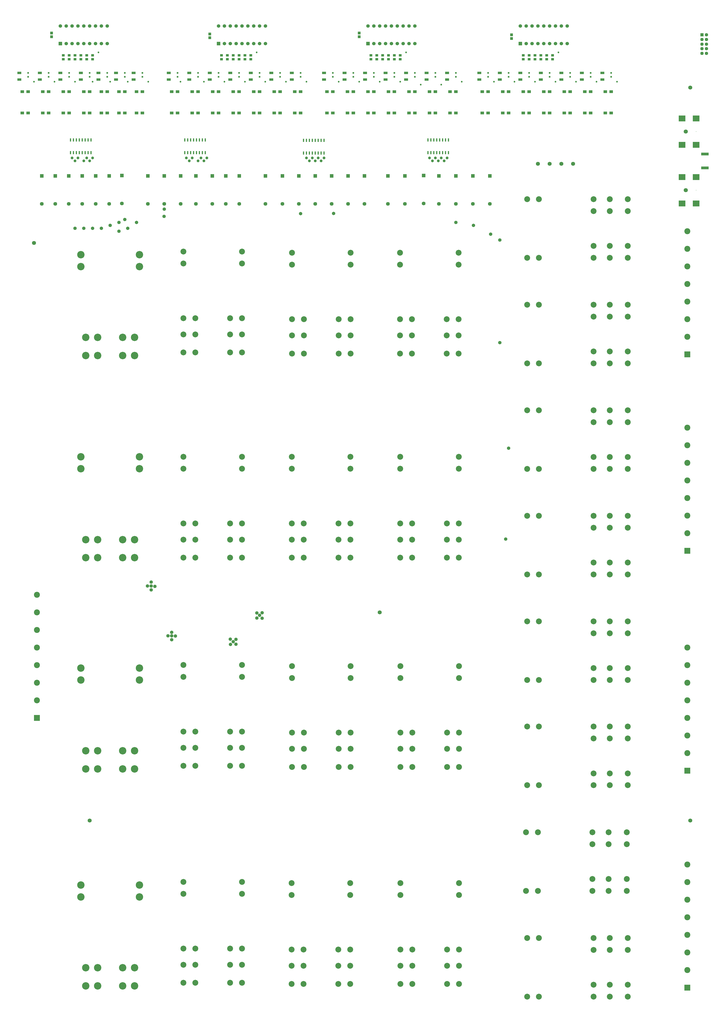
<source format=gts>
G04*
G04 #@! TF.GenerationSoftware,Altium Limited,Altium Designer,22.7.1 (60)*
G04*
G04 Layer_Color=8388736*
%FSLAX44Y44*%
%MOMM*%
G71*
G04*
G04 #@! TF.SameCoordinates,CA18EF67-D3C3-4F87-89B0-68471F1DA954*
G04*
G04*
G04 #@! TF.FilePolarity,Negative*
G04*
G01*
G75*
%ADD20R,1.7526X1.0160*%
%ADD21R,0.8000X0.6556*%
%ADD22R,1.5000X1.3000*%
%ADD23R,0.5334X1.4605*%
%ADD25R,3.3020X1.2192*%
%ADD26R,1.2032X1.1032*%
%ADD27R,1.2032X1.2032*%
%ADD28R,3.0032X2.6032*%
%ADD29C,1.7272*%
%ADD30C,2.5400*%
%ADD31C,1.4422*%
%ADD32R,1.4422X1.4422*%
%ADD33C,3.2122*%
%ADD34C,2.6032*%
%ADD35R,2.6032X2.6032*%
%ADD36C,1.6256*%
%ADD37R,1.6256X1.6256*%
%ADD38R,1.4986X1.4986*%
%ADD39C,1.4986*%
%ADD40C,0.2032*%
%ADD41C,1.8032*%
%ADD42C,1.4732*%
%ADD43C,1.2192*%
%ADD44C,0.7620*%
D20*
X2438400Y4140200D02*
D03*
Y4111752D02*
D03*
X1270000D02*
D03*
Y4140200D02*
D03*
X584200Y4111752D02*
D03*
Y4140200D02*
D03*
X1181100Y4111752D02*
D03*
Y4140200D02*
D03*
X508000Y4111752D02*
D03*
Y4140200D02*
D03*
X1092200Y4111752D02*
D03*
Y4140200D02*
D03*
X431800Y4111752D02*
D03*
Y4140200D02*
D03*
X1003300Y4111752D02*
D03*
Y4140200D02*
D03*
X355600Y4111752D02*
D03*
Y4140200D02*
D03*
X914400Y4111752D02*
D03*
Y4140200D02*
D03*
X266700Y4111752D02*
D03*
Y4140200D02*
D03*
X825500Y4111752D02*
D03*
Y4140200D02*
D03*
X177800Y4111752D02*
D03*
Y4140200D02*
D03*
X736600Y4111752D02*
D03*
Y4140200D02*
D03*
X88900Y4111752D02*
D03*
Y4140200D02*
D03*
X2616200Y4111752D02*
D03*
Y4140200D02*
D03*
X1943100Y4111752D02*
D03*
Y4140200D02*
D03*
X2527300Y4111752D02*
D03*
Y4140200D02*
D03*
X1854200Y4111752D02*
D03*
Y4140200D02*
D03*
X1765300Y4111752D02*
D03*
Y4140200D02*
D03*
X2349500Y4111752D02*
D03*
Y4140200D02*
D03*
X1676400Y4111752D02*
D03*
Y4140200D02*
D03*
X2260600Y4111752D02*
D03*
Y4140200D02*
D03*
X1587500Y4111752D02*
D03*
Y4140200D02*
D03*
X2171700Y4111752D02*
D03*
Y4140200D02*
D03*
X1498600Y4111752D02*
D03*
Y4140200D02*
D03*
X2082800Y4111752D02*
D03*
Y4140200D02*
D03*
X1409700Y4111752D02*
D03*
Y4140200D02*
D03*
D21*
X393700Y4123644D02*
D03*
Y4140200D02*
D03*
X469900Y4123644D02*
D03*
Y4140200D02*
D03*
X546100Y4123644D02*
D03*
Y4140200D02*
D03*
X1892300Y4123644D02*
D03*
Y4140200D02*
D03*
X1803400Y4123644D02*
D03*
Y4140200D02*
D03*
X1714500Y4123644D02*
D03*
Y4140200D02*
D03*
X1625600Y4123644D02*
D03*
Y4140200D02*
D03*
X1536700Y4123644D02*
D03*
Y4140200D02*
D03*
X1447800Y4123644D02*
D03*
Y4140200D02*
D03*
X1308100D02*
D03*
Y4123644D02*
D03*
X622300Y4140200D02*
D03*
Y4123644D02*
D03*
X1219200Y4140200D02*
D03*
Y4123644D02*
D03*
X1130300Y4140200D02*
D03*
Y4123644D02*
D03*
X1041400Y4140200D02*
D03*
Y4123644D02*
D03*
X952500Y4140200D02*
D03*
Y4123644D02*
D03*
X304800Y4140200D02*
D03*
Y4123644D02*
D03*
X863600Y4140200D02*
D03*
Y4123644D02*
D03*
X215900Y4140200D02*
D03*
Y4123644D02*
D03*
X774700Y4140200D02*
D03*
Y4123644D02*
D03*
X127000Y4140200D02*
D03*
Y4123644D02*
D03*
X2654300Y4140200D02*
D03*
Y4123644D02*
D03*
X1981200Y4140200D02*
D03*
Y4123644D02*
D03*
X2565400Y4140200D02*
D03*
Y4123644D02*
D03*
X2476500Y4140200D02*
D03*
Y4123644D02*
D03*
X2387600Y4140200D02*
D03*
Y4123644D02*
D03*
X2298700Y4140200D02*
D03*
Y4123644D02*
D03*
X2209800Y4140200D02*
D03*
Y4123644D02*
D03*
X2120900Y4140200D02*
D03*
Y4123644D02*
D03*
D22*
X127000Y4059200D02*
D03*
X101600D02*
D03*
Y3967200D02*
D03*
X127000D02*
D03*
X215900Y4059200D02*
D03*
X190500D02*
D03*
Y3967200D02*
D03*
X215900D02*
D03*
X304800Y4059200D02*
D03*
X279400D02*
D03*
Y3967200D02*
D03*
X304800D02*
D03*
X393700Y4059200D02*
D03*
X368300D02*
D03*
Y3967200D02*
D03*
X393700D02*
D03*
X546100Y4059200D02*
D03*
X520700D02*
D03*
Y3967200D02*
D03*
X546100D02*
D03*
X622300Y4059200D02*
D03*
X596900D02*
D03*
Y3967200D02*
D03*
X622300D02*
D03*
X469900Y4059200D02*
D03*
X444500D02*
D03*
Y3967200D02*
D03*
X469900D02*
D03*
X774700Y4059200D02*
D03*
X749300D02*
D03*
Y3967200D02*
D03*
X774700D02*
D03*
X863600Y4059200D02*
D03*
X838200D02*
D03*
Y3967200D02*
D03*
X863600D02*
D03*
X952500Y4059200D02*
D03*
X927100D02*
D03*
Y3967200D02*
D03*
X952500D02*
D03*
X1041400Y4059200D02*
D03*
X1016000D02*
D03*
Y3967200D02*
D03*
X1041400D02*
D03*
X1130300Y4059200D02*
D03*
X1104900D02*
D03*
Y3967200D02*
D03*
X1130300D02*
D03*
X1219200Y4059200D02*
D03*
X1193800D02*
D03*
Y3967200D02*
D03*
X1219200D02*
D03*
X1308100Y4059200D02*
D03*
X1282700D02*
D03*
Y3967200D02*
D03*
X1308100D02*
D03*
X1447800Y4059200D02*
D03*
X1422400D02*
D03*
Y3967200D02*
D03*
X1447800D02*
D03*
X1536700Y4059200D02*
D03*
X1511300D02*
D03*
Y3967200D02*
D03*
X1536700D02*
D03*
X1625600Y4059200D02*
D03*
X1600200D02*
D03*
Y3967200D02*
D03*
X1625600D02*
D03*
X1714500Y4059200D02*
D03*
X1689100D02*
D03*
Y3967200D02*
D03*
X1714500D02*
D03*
X1803400Y4059200D02*
D03*
X1778000D02*
D03*
Y3967200D02*
D03*
X1803400D02*
D03*
X1892300Y4059200D02*
D03*
X1866900D02*
D03*
Y3967200D02*
D03*
X1892300D02*
D03*
X1981200Y4059200D02*
D03*
X1955800D02*
D03*
Y3967200D02*
D03*
X1981200D02*
D03*
X2120900Y4059200D02*
D03*
X2095500D02*
D03*
Y3967200D02*
D03*
X2120900D02*
D03*
X2209800Y4059200D02*
D03*
X2184400D02*
D03*
Y3967200D02*
D03*
X2209800D02*
D03*
X2298700Y4059200D02*
D03*
X2273300D02*
D03*
Y3967200D02*
D03*
X2298700D02*
D03*
X2387600Y4059200D02*
D03*
X2362200D02*
D03*
Y3967200D02*
D03*
X2387600D02*
D03*
X2476500Y4059200D02*
D03*
X2451100D02*
D03*
Y3967200D02*
D03*
X2476500D02*
D03*
X2565400Y4059200D02*
D03*
X2540000D02*
D03*
Y3967200D02*
D03*
X2565400D02*
D03*
X2654300Y4059200D02*
D03*
X2628900D02*
D03*
Y3967200D02*
D03*
X2654300D02*
D03*
D23*
X1949450Y3795458D02*
D03*
X1936750D02*
D03*
X1924050D02*
D03*
X1911350D02*
D03*
X1898650D02*
D03*
X1885950D02*
D03*
X1873250D02*
D03*
X1860550D02*
D03*
Y3849941D02*
D03*
X1873250D02*
D03*
X1885950D02*
D03*
X1898650D02*
D03*
X1911350D02*
D03*
X1924050D02*
D03*
X1936750D02*
D03*
X1949450D02*
D03*
X1409700Y3848100D02*
D03*
X1397000D02*
D03*
X1384300D02*
D03*
X1371600D02*
D03*
X1358900D02*
D03*
X1346200D02*
D03*
X1333500D02*
D03*
X1320800D02*
D03*
Y3793617D02*
D03*
X1333500D02*
D03*
X1346200D02*
D03*
X1358900D02*
D03*
X1371600D02*
D03*
X1384300D02*
D03*
X1397000D02*
D03*
X1409700D02*
D03*
X895350Y3849941D02*
D03*
X882650D02*
D03*
X869950D02*
D03*
X857250D02*
D03*
X844550D02*
D03*
X831850D02*
D03*
X819150D02*
D03*
X806450D02*
D03*
Y3795458D02*
D03*
X819150D02*
D03*
X831850D02*
D03*
X844550D02*
D03*
X857250D02*
D03*
X869950D02*
D03*
X882650D02*
D03*
X895350D02*
D03*
X400050D02*
D03*
X387350D02*
D03*
X374650D02*
D03*
X361950D02*
D03*
X349250D02*
D03*
X336550D02*
D03*
X323850D02*
D03*
X311150D02*
D03*
Y3849941D02*
D03*
X323850D02*
D03*
X336550D02*
D03*
X349250D02*
D03*
X361950D02*
D03*
X374650D02*
D03*
X387350D02*
D03*
X400050D02*
D03*
D25*
X3060700Y3789172D02*
D03*
Y3729228D02*
D03*
D26*
X1739900Y4199400D02*
D03*
Y4216400D02*
D03*
X1714500Y4199400D02*
D03*
Y4216400D02*
D03*
X1689100Y4199400D02*
D03*
Y4216400D02*
D03*
X1663700Y4199400D02*
D03*
Y4216400D02*
D03*
X1638300Y4199400D02*
D03*
Y4216400D02*
D03*
X1612900Y4199400D02*
D03*
Y4216400D02*
D03*
X2374900Y4199400D02*
D03*
Y4216400D02*
D03*
X2400300Y4199400D02*
D03*
Y4216400D02*
D03*
X990600Y4199400D02*
D03*
Y4216400D02*
D03*
X965200Y4199400D02*
D03*
Y4216400D02*
D03*
X1092200Y4199400D02*
D03*
Y4216400D02*
D03*
X2349500D02*
D03*
Y4199400D02*
D03*
X355600Y4216400D02*
D03*
Y4199400D02*
D03*
X2273300D02*
D03*
Y4216400D02*
D03*
X2298700Y4199400D02*
D03*
Y4216400D02*
D03*
X2324100Y4199400D02*
D03*
Y4216400D02*
D03*
X1016000Y4199400D02*
D03*
Y4216400D02*
D03*
X1041400Y4199400D02*
D03*
Y4216400D02*
D03*
X1066800Y4199400D02*
D03*
Y4216400D02*
D03*
X381000Y4199400D02*
D03*
Y4216400D02*
D03*
X406400Y4199400D02*
D03*
Y4216400D02*
D03*
X279400Y4199400D02*
D03*
Y4216400D02*
D03*
X304800Y4199400D02*
D03*
Y4216400D02*
D03*
X330200Y4199400D02*
D03*
Y4216400D02*
D03*
D27*
X2222500Y4305300D02*
D03*
Y4289300D02*
D03*
X1562100Y4313300D02*
D03*
Y4297300D02*
D03*
X914400Y4308600D02*
D03*
Y4292600D02*
D03*
X228600Y4313300D02*
D03*
Y4297300D02*
D03*
D28*
X3022600Y3575200D02*
D03*
X2961600D02*
D03*
X3022600Y3689200D02*
D03*
X2961600D02*
D03*
X3022600Y3829200D02*
D03*
X2961600D02*
D03*
X3022600Y3943200D02*
D03*
X2961600D02*
D03*
D29*
X1651000Y1803400D02*
D03*
X393700Y901700D02*
D03*
X2997200D02*
D03*
X152400Y3403600D02*
D03*
X2997200Y4076700D02*
D03*
X2489200Y3746500D02*
D03*
X2438400D02*
D03*
X2336800D02*
D03*
X2387600D02*
D03*
D30*
X800100Y1575562D02*
D03*
Y1524000D02*
D03*
X1054100D02*
D03*
Y1575562D02*
D03*
Y1138809D02*
D03*
X1002538D02*
D03*
X800100D02*
D03*
X851662D02*
D03*
X800100Y1217295D02*
D03*
X851662D02*
D03*
X1002538D02*
D03*
X1054100D02*
D03*
X800100Y1287399D02*
D03*
X851662D02*
D03*
X1002538D02*
D03*
X1054100D02*
D03*
X800100Y635762D02*
D03*
Y584200D02*
D03*
X1054100D02*
D03*
Y635762D02*
D03*
Y199009D02*
D03*
X1002538D02*
D03*
X800100D02*
D03*
X851662D02*
D03*
X800100Y277495D02*
D03*
X851662D02*
D03*
X1002538D02*
D03*
X1054100D02*
D03*
X800100Y347599D02*
D03*
X851662D02*
D03*
X1002538D02*
D03*
X1054100D02*
D03*
X2578100Y1764538D02*
D03*
Y1712976D02*
D03*
Y1562100D02*
D03*
Y1510538D02*
D03*
X2648204Y1764538D02*
D03*
Y1712976D02*
D03*
Y1562100D02*
D03*
Y1510538D02*
D03*
X2726690Y1562100D02*
D03*
Y1510538D02*
D03*
Y1712976D02*
D03*
Y1764538D02*
D03*
X2289937D02*
D03*
X2341499D02*
D03*
Y1510538D02*
D03*
X2289937D02*
D03*
X1994662Y1282700D02*
D03*
X1943100D02*
D03*
X1792224D02*
D03*
X1740662D02*
D03*
X1994662Y1212596D02*
D03*
X1943100D02*
D03*
X1792224D02*
D03*
X1740662D02*
D03*
X1792224Y1134110D02*
D03*
X1740662D02*
D03*
X1943100D02*
D03*
X1994662D02*
D03*
Y1570863D02*
D03*
Y1519301D02*
D03*
X1740662D02*
D03*
Y1570863D02*
D03*
X1524762Y1282700D02*
D03*
X1473200D02*
D03*
X1322324D02*
D03*
X1270762D02*
D03*
X1524762Y1212596D02*
D03*
X1473200D02*
D03*
X1322324D02*
D03*
X1270762D02*
D03*
X1322324Y1134110D02*
D03*
X1270762D02*
D03*
X1473200D02*
D03*
X1524762D02*
D03*
Y1570863D02*
D03*
Y1519301D02*
D03*
X1270762D02*
D03*
Y1570863D02*
D03*
X2573401Y850900D02*
D03*
Y799338D02*
D03*
Y648462D02*
D03*
Y596900D02*
D03*
X2643505Y850900D02*
D03*
Y799338D02*
D03*
Y648462D02*
D03*
Y596900D02*
D03*
X2721991Y648462D02*
D03*
Y596900D02*
D03*
Y799338D02*
D03*
Y850900D02*
D03*
X2285238D02*
D03*
X2336800D02*
D03*
Y596900D02*
D03*
X2285238D02*
D03*
X2578100Y3593338D02*
D03*
Y3541776D02*
D03*
Y3390900D02*
D03*
Y3339338D02*
D03*
X2648204Y3593338D02*
D03*
Y3541776D02*
D03*
Y3390900D02*
D03*
Y3339338D02*
D03*
X2726690Y3390900D02*
D03*
Y3339338D02*
D03*
Y3541776D02*
D03*
Y3593338D02*
D03*
X2289937D02*
D03*
X2341499D02*
D03*
Y3339338D02*
D03*
X2289937D02*
D03*
X2578100Y2678938D02*
D03*
Y2627376D02*
D03*
Y2476500D02*
D03*
Y2424938D02*
D03*
X2648204Y2678938D02*
D03*
Y2627376D02*
D03*
Y2476500D02*
D03*
Y2424938D02*
D03*
X2726690Y2476500D02*
D03*
Y2424938D02*
D03*
Y2627376D02*
D03*
Y2678938D02*
D03*
X2289937D02*
D03*
X2341499D02*
D03*
Y2424938D02*
D03*
X2289937D02*
D03*
X2578100Y392938D02*
D03*
Y341376D02*
D03*
Y190500D02*
D03*
Y138938D02*
D03*
X2648204Y392938D02*
D03*
Y341376D02*
D03*
Y190500D02*
D03*
Y138938D02*
D03*
X2726690Y190500D02*
D03*
Y138938D02*
D03*
Y341376D02*
D03*
Y392938D02*
D03*
X2289937D02*
D03*
X2341499D02*
D03*
Y138938D02*
D03*
X2289937D02*
D03*
X2578100Y2221738D02*
D03*
Y2170176D02*
D03*
Y2019300D02*
D03*
Y1967738D02*
D03*
X2648204Y2221738D02*
D03*
Y2170176D02*
D03*
Y2019300D02*
D03*
Y1967738D02*
D03*
X2726690Y2019300D02*
D03*
Y1967738D02*
D03*
Y2170176D02*
D03*
Y2221738D02*
D03*
X2289937D02*
D03*
X2341499D02*
D03*
Y1967738D02*
D03*
X2289937D02*
D03*
X2578100Y1308862D02*
D03*
Y1257300D02*
D03*
Y1106424D02*
D03*
Y1054862D02*
D03*
X2648204Y1308862D02*
D03*
Y1257300D02*
D03*
Y1106424D02*
D03*
Y1054862D02*
D03*
X2726690Y1106424D02*
D03*
Y1054862D02*
D03*
Y1257300D02*
D03*
Y1308862D02*
D03*
X2289937D02*
D03*
X2341499D02*
D03*
Y1054862D02*
D03*
X2289937D02*
D03*
X2578100Y3136138D02*
D03*
Y3084576D02*
D03*
Y2933700D02*
D03*
Y2882138D02*
D03*
X2648204Y3136138D02*
D03*
Y3084576D02*
D03*
Y2933700D02*
D03*
Y2882138D02*
D03*
X2726690Y2933700D02*
D03*
Y2882138D02*
D03*
Y3084576D02*
D03*
Y3136138D02*
D03*
X2289937D02*
D03*
X2341499D02*
D03*
Y2882138D02*
D03*
X2289937D02*
D03*
X1994662Y342900D02*
D03*
X1943100D02*
D03*
X1792224D02*
D03*
X1740662D02*
D03*
X1994662Y272796D02*
D03*
X1943100D02*
D03*
X1792224D02*
D03*
X1740662D02*
D03*
X1792224Y194310D02*
D03*
X1740662D02*
D03*
X1943100D02*
D03*
X1994662D02*
D03*
Y631063D02*
D03*
Y579501D02*
D03*
X1740662D02*
D03*
Y631063D02*
D03*
X1993138Y3073400D02*
D03*
X1941576D02*
D03*
X1790700D02*
D03*
X1739138D02*
D03*
X1993138Y3003296D02*
D03*
X1941576D02*
D03*
X1790700D02*
D03*
X1739138D02*
D03*
X1790700Y2924810D02*
D03*
X1739138D02*
D03*
X1941576D02*
D03*
X1993138D02*
D03*
Y3361563D02*
D03*
Y3310001D02*
D03*
X1739138D02*
D03*
Y3361563D02*
D03*
X1993900Y2189099D02*
D03*
X1942338D02*
D03*
X1791462D02*
D03*
X1739900D02*
D03*
X1993900Y2118995D02*
D03*
X1942338D02*
D03*
X1791462D02*
D03*
X1739900D02*
D03*
X1791462Y2040509D02*
D03*
X1739900D02*
D03*
X1942338D02*
D03*
X1993900D02*
D03*
Y2477262D02*
D03*
Y2425700D02*
D03*
X1739900D02*
D03*
Y2477262D02*
D03*
X1524762Y3073400D02*
D03*
X1473200D02*
D03*
X1322324D02*
D03*
X1270762D02*
D03*
X1524762Y3003296D02*
D03*
X1473200D02*
D03*
X1322324D02*
D03*
X1270762D02*
D03*
X1322324Y2924810D02*
D03*
X1270762D02*
D03*
X1473200D02*
D03*
X1524762D02*
D03*
Y3361563D02*
D03*
Y3310001D02*
D03*
X1270762D02*
D03*
Y3361563D02*
D03*
X1523238Y342900D02*
D03*
X1471676D02*
D03*
X1320800D02*
D03*
X1269238D02*
D03*
X1523238Y272796D02*
D03*
X1471676D02*
D03*
X1320800D02*
D03*
X1269238D02*
D03*
X1320800Y194310D02*
D03*
X1269238D02*
D03*
X1471676D02*
D03*
X1523238D02*
D03*
Y631063D02*
D03*
Y579501D02*
D03*
X1269238D02*
D03*
Y631063D02*
D03*
X1524000Y2189099D02*
D03*
X1472438D02*
D03*
X1321562D02*
D03*
X1270000D02*
D03*
X1524000Y2118995D02*
D03*
X1472438D02*
D03*
X1321562D02*
D03*
X1270000D02*
D03*
X1321562Y2040509D02*
D03*
X1270000D02*
D03*
X1472438D02*
D03*
X1524000D02*
D03*
Y2477262D02*
D03*
Y2425700D02*
D03*
X1270000D02*
D03*
Y2477262D02*
D03*
X1054100Y2189099D02*
D03*
X1002538D02*
D03*
X851662D02*
D03*
X800100D02*
D03*
X1054100Y2118995D02*
D03*
X1002538D02*
D03*
X851662D02*
D03*
X800100D02*
D03*
X851662Y2040509D02*
D03*
X800100D02*
D03*
X1002538D02*
D03*
X1054100D02*
D03*
Y2477262D02*
D03*
Y2425700D02*
D03*
X800100D02*
D03*
Y2477262D02*
D03*
X1054100Y3078099D02*
D03*
X1002538D02*
D03*
X851662D02*
D03*
X800100D02*
D03*
X1054100Y3007995D02*
D03*
X1002538D02*
D03*
X851662D02*
D03*
X800100D02*
D03*
X851662Y2929509D02*
D03*
X800100D02*
D03*
X1002538D02*
D03*
X1054100D02*
D03*
Y3366262D02*
D03*
Y3314700D02*
D03*
X800100D02*
D03*
Y3366262D02*
D03*
D31*
X3068000Y4225300D02*
D03*
X3048000D02*
D03*
X3068000Y4245300D02*
D03*
X3048000D02*
D03*
X3068000Y4265300D02*
D03*
X3048000D02*
D03*
X3068000Y4285300D02*
D03*
X3048000D02*
D03*
X3068000Y4305300D02*
D03*
D32*
X3048000D02*
D03*
D33*
X376800Y2040500D02*
D03*
X428400D02*
D03*
Y2119000D02*
D03*
X376800D02*
D03*
X588400Y2040500D02*
D03*
X536800D02*
D03*
Y2119000D02*
D03*
X588400D02*
D03*
X355600Y2425700D02*
D03*
Y2477300D02*
D03*
X609600D02*
D03*
Y2425700D02*
D03*
X376800Y2916500D02*
D03*
X428400D02*
D03*
Y2995000D02*
D03*
X376800D02*
D03*
X588400Y2916500D02*
D03*
X536800D02*
D03*
Y2995000D02*
D03*
X588400D02*
D03*
X355600Y3301700D02*
D03*
Y3353300D02*
D03*
X609600D02*
D03*
Y3301700D02*
D03*
Y1511000D02*
D03*
Y1562600D02*
D03*
X355600D02*
D03*
Y1511000D02*
D03*
X588400Y1204300D02*
D03*
X536800D02*
D03*
Y1125800D02*
D03*
X588400D02*
D03*
X376800Y1204300D02*
D03*
X428400D02*
D03*
Y1125800D02*
D03*
X376800D02*
D03*
X609600Y571200D02*
D03*
Y622800D02*
D03*
X355600D02*
D03*
Y571200D02*
D03*
X588400Y264500D02*
D03*
X536800D02*
D03*
Y186000D02*
D03*
X588400D02*
D03*
X376800Y264500D02*
D03*
X428400D02*
D03*
Y186000D02*
D03*
X376800D02*
D03*
D34*
X165100Y1879600D02*
D03*
Y1803400D02*
D03*
Y1727200D02*
D03*
Y1651000D02*
D03*
Y1574800D02*
D03*
Y1498600D02*
D03*
Y1422400D02*
D03*
X2984500Y2146300D02*
D03*
Y2222500D02*
D03*
Y2298700D02*
D03*
Y2374900D02*
D03*
Y2451100D02*
D03*
Y2527300D02*
D03*
Y2603500D02*
D03*
Y2997200D02*
D03*
Y3073400D02*
D03*
Y3149600D02*
D03*
Y3225800D02*
D03*
Y3302000D02*
D03*
Y3378200D02*
D03*
Y3454400D02*
D03*
Y254000D02*
D03*
Y330200D02*
D03*
Y406400D02*
D03*
Y482600D02*
D03*
Y558800D02*
D03*
Y635000D02*
D03*
Y711200D02*
D03*
Y1193800D02*
D03*
Y1270000D02*
D03*
Y1346200D02*
D03*
Y1422400D02*
D03*
Y1498600D02*
D03*
Y1574800D02*
D03*
Y1651000D02*
D03*
D35*
X165100Y1346200D02*
D03*
X2984500Y2070100D02*
D03*
Y2921000D02*
D03*
Y177800D02*
D03*
Y1117600D02*
D03*
D36*
X1155700Y3573272D02*
D03*
X1841500Y3574542D02*
D03*
X2054860Y3573272D02*
D03*
X2128520D02*
D03*
X1760220D02*
D03*
X1981200D02*
D03*
X1686560D02*
D03*
X1907540D02*
D03*
X533400Y3574542D02*
D03*
X478790Y3573272D02*
D03*
X420370D02*
D03*
X361950D02*
D03*
X646430D02*
D03*
X717550D02*
D03*
X788670D02*
D03*
X854710D02*
D03*
X925830D02*
D03*
X984250D02*
D03*
X1042670D02*
D03*
X186690D02*
D03*
X245110D02*
D03*
X303530D02*
D03*
X1229360D02*
D03*
X1300480D02*
D03*
X1371600D02*
D03*
X1442720D02*
D03*
X1513840D02*
D03*
X1584960D02*
D03*
D37*
X1841500Y3695700D02*
D03*
X2054860Y3694430D02*
D03*
X2128520D02*
D03*
X1760220D02*
D03*
X1981200D02*
D03*
X1686560D02*
D03*
X1907540D02*
D03*
X533400Y3695700D02*
D03*
X478790Y3694430D02*
D03*
X420370D02*
D03*
X361950D02*
D03*
X646430D02*
D03*
X717550D02*
D03*
X788670D02*
D03*
X854710D02*
D03*
X925830D02*
D03*
X984250D02*
D03*
X1042670D02*
D03*
X186690D02*
D03*
X245110D02*
D03*
X303530D02*
D03*
X1155700D02*
D03*
X1229360D02*
D03*
X1300480D02*
D03*
X1371600D02*
D03*
X1442720D02*
D03*
X1513840D02*
D03*
X1584960D02*
D03*
D38*
X266700Y4267200D02*
D03*
X952500D02*
D03*
X1600200D02*
D03*
X2260600D02*
D03*
D39*
X292100D02*
D03*
X317500D02*
D03*
X342900D02*
D03*
X368300D02*
D03*
X393700D02*
D03*
X419100D02*
D03*
X444500D02*
D03*
X469900D02*
D03*
Y4343400D02*
D03*
X444500D02*
D03*
X419100D02*
D03*
X393700D02*
D03*
X368300D02*
D03*
X342900D02*
D03*
X317500D02*
D03*
X292100D02*
D03*
X266700D02*
D03*
X977900Y4267200D02*
D03*
X1003300D02*
D03*
X1028700D02*
D03*
X1054100D02*
D03*
X1079500D02*
D03*
X1104900D02*
D03*
X1130300D02*
D03*
X1155700D02*
D03*
Y4343400D02*
D03*
X1130300D02*
D03*
X1104900D02*
D03*
X1079500D02*
D03*
X1054100D02*
D03*
X1028700D02*
D03*
X1003300D02*
D03*
X977900D02*
D03*
X952500D02*
D03*
X1625600Y4267200D02*
D03*
X1651000D02*
D03*
X1676400D02*
D03*
X1701800D02*
D03*
X1727200D02*
D03*
X1752600D02*
D03*
X1778000D02*
D03*
X1803400D02*
D03*
Y4343400D02*
D03*
X1778000D02*
D03*
X1752600D02*
D03*
X1727200D02*
D03*
X1701800D02*
D03*
X1676400D02*
D03*
X1651000D02*
D03*
X1625600D02*
D03*
X1600200D02*
D03*
X2286000Y4267200D02*
D03*
X2311400D02*
D03*
X2336800D02*
D03*
X2362200D02*
D03*
X2387600D02*
D03*
X2413000D02*
D03*
X2438400D02*
D03*
X2463800D02*
D03*
Y4343400D02*
D03*
X2438400D02*
D03*
X2413000D02*
D03*
X2387600D02*
D03*
X2362200D02*
D03*
X2336800D02*
D03*
X2311400D02*
D03*
X2286000D02*
D03*
X2260600D02*
D03*
D40*
X3022600Y3632200D02*
D03*
Y3886200D02*
D03*
D41*
X2977600Y3632200D02*
D03*
Y3886200D02*
D03*
D42*
X733180Y1702085D02*
D03*
X749226Y1685309D02*
D03*
X765758Y1700991D02*
D03*
X749226Y1717523D02*
D03*
X749300Y1701800D02*
D03*
X2197100Y2120900D02*
D03*
X644240Y1917919D02*
D03*
X660458Y1901405D02*
D03*
X676676Y1916444D02*
D03*
X660753Y1934727D02*
D03*
X660400Y1917700D02*
D03*
X2171700Y3416300D02*
D03*
X2209800Y2514600D02*
D03*
X716619Y3518852D02*
D03*
X717384Y3550588D02*
D03*
X1308100Y3530600D02*
D03*
X1451355Y3531870D02*
D03*
X596900Y3492500D02*
D03*
X482600Y3479800D02*
D03*
X558800Y3467100D02*
D03*
X520700Y3454400D02*
D03*
Y3492500D02*
D03*
X546100Y3505200D02*
D03*
X2132330Y3441700D02*
D03*
X2171700Y2971800D02*
D03*
X1028229Y1687123D02*
D03*
X1003266Y1687338D02*
D03*
X1004557Y1664958D02*
D03*
X1028229Y1665604D02*
D03*
X1118180Y1801175D02*
D03*
Y1778795D02*
D03*
X1141637Y1778365D02*
D03*
X1141852Y1801821D02*
D03*
X1016000Y1676400D02*
D03*
X1130300Y1790700D02*
D03*
X368300Y3467100D02*
D03*
X330200D02*
D03*
X444500D02*
D03*
X406400D02*
D03*
X1981200Y3492500D02*
D03*
X2057400Y3479800D02*
D03*
D43*
X1930400Y3759200D02*
D03*
X1943100Y3771900D02*
D03*
X1917700D02*
D03*
X838200D02*
D03*
X1358900D02*
D03*
X1346200Y3759200D02*
D03*
X825500D02*
D03*
X812800Y3771900D02*
D03*
X863600Y3759200D02*
D03*
X876300Y3771900D02*
D03*
X889000Y3759200D02*
D03*
X901700Y3771900D02*
D03*
X330200Y3759200D02*
D03*
X393700D02*
D03*
X406400Y3771900D02*
D03*
X368300Y3759200D02*
D03*
X342900Y3771900D02*
D03*
X381000D02*
D03*
X317500D02*
D03*
X1384300D02*
D03*
X1409700D02*
D03*
X1397000Y3759200D02*
D03*
X1371600D02*
D03*
X1333500Y3771900D02*
D03*
X1905000Y3759200D02*
D03*
X1892300Y3771900D02*
D03*
X1866900D02*
D03*
X1879600Y3759200D02*
D03*
D44*
X2425700Y4229100D02*
D03*
X431800D02*
D03*
X1117600D02*
D03*
X1765300D02*
D03*
X2679700Y4102100D02*
D03*
X2590800D02*
D03*
X2501900D02*
D03*
X2413000D02*
D03*
X2324100D02*
D03*
X2235200D02*
D03*
X2146300D02*
D03*
X2006600D02*
D03*
X1917700Y4089400D02*
D03*
X1828800D02*
D03*
X1739900Y4102100D02*
D03*
X1651000D02*
D03*
X1562100D02*
D03*
X1473200D02*
D03*
X1333500D02*
D03*
X1244600D02*
D03*
X1155056Y4102660D02*
D03*
X1066800Y4102100D02*
D03*
X977900D02*
D03*
X889000D02*
D03*
X787400D02*
D03*
X647700D02*
D03*
X558800D02*
D03*
X482600D02*
D03*
X406400D02*
D03*
X330200D02*
D03*
X241300D02*
D03*
X152400D02*
D03*
M02*

</source>
